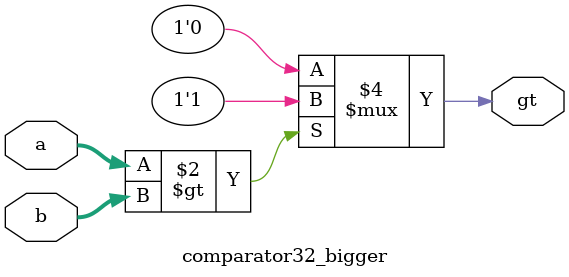
<source format=v>
module comparator32_bigger(
    input [31:0] a,
    input [31:0] b,
    output reg gt
);
    always @(*) begin
         if (a > b) begin
            gt = 1;
         end else begin
            gt = 0;
	 end
	 end
endmodule

</source>
